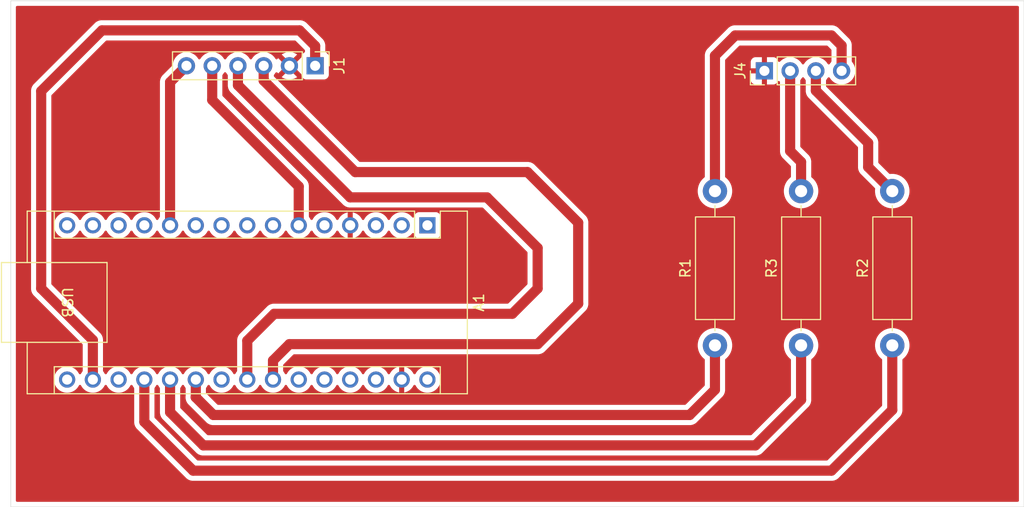
<source format=kicad_pcb>
(kicad_pcb (version 20241229) (generator "pcbnew") (generator_version "9.0")
  (layers (0 "F.Cu" signal) (2 "B.Cu" signal) (13 "F.Paste" user) (15 "B.Paste" user) (5 "F.SilkS" user "F.Silkscreen") (7 "B.SilkS" user "B.Silkscreen") (1 "F.Mask" user) (3 "B.Mask" user) (25 "Edge.Cuts" user))
  (net 0 "")
  (net 13 "Net-(A1-D3)")
  (net 19 "+3.3V")
  (net 20 "GND")
  (net 21 "Net-(A1-D8)")
  (net 22 "Net-(A1-A4)")
  (net 24 "Net-(A1-A1)")
  (net 25 "Net-(A1-A5)")
  (net 26 "Net-(J4-Pin_2)")
  (net 27 "Net-(J4-Pin_3)")
  (net 28 "Net-(J4-Pin_4)")
  (net 31 "Net-(A1-A0)")
  (net 32 "Net-(A1-A2)")
  (footprint "Resistor_THT:R_Axial_DIN0411_L9.9mm_D3.6mm_P15.24mm_Horizontal" (layer "F.Cu") (at 177 84.12 90)
    (property "Reference" "R2" (at 7.62 -2.92 90) (layer "F.SilkS"))
    (property "Value" "180")
    (fp_line (start 13.8 0) (end 12.69 0) (stroke (width 0.12)) (layer "F.SilkS"))
    (fp_line (start 1.44 0) (end 2.55 0) (stroke (width 0.12)) (layer "F.SilkS"))
    (fp_rect (start 2.55 -1.92) (end 12.69 1.92) (stroke (width 0.12)) (fill no) (layer "F.SilkS"))
    (pad "1" thru_hole circle (at 0 0 90) (size 2.4 2.4) (drill 1.2) (layers "*.Cu" "*.Mask") (net 31 "Net-(A1-A0)"))
    (pad "2" thru_hole circle (at 15.24 0 90) (size 2.4 2.4) (drill 1.2) (layers "*.Cu" "*.Mask") (net 27 "Net-(J4-Pin_3)"))
  )
  (footprint "Connector_PinHeader_2.54mm:PinHeader_1x04_P2.54mm_Vertical" (layer "F.Cu") (at 164.38 57 90)
    (property "Reference" "J4" (at 0 -2.38 90) (layer "F.SilkS"))
    (property "Value" "Conn_01x04_Pin")
    (fp_line (start -1.38 -1.38) (end 0 -1.38) (stroke (width 0.12)) (layer "F.SilkS"))
    (fp_line (start -1.38 0) (end -1.38 -1.38) (stroke (width 0.12)) (layer "F.SilkS"))
    (fp_line (start 1.38 1.27) (end 1.38 9) (stroke (width 0.12)) (layer "F.SilkS"))
    (fp_line (start -1.38 1.27) (end 1.38 1.27) (stroke (width 0.12)) (layer "F.SilkS"))
    (fp_line (start -1.38 1.27) (end -1.38 9) (stroke (width 0.12)) (layer "F.SilkS"))
    (fp_line (start -1.38 9) (end 1.38 9) (stroke (width 0.12)) (layer "F.SilkS"))
    (pad "1" thru_hole rect (at 0 0 90) (size 1.7 1.7) (drill 1) (layers "*.Cu" "*.Mask") (net 20 "GND"))
    (pad "2" thru_hole circle (at 0 2.54 90) (size 1.7 1.7) (drill 1) (layers "*.Cu" "*.Mask") (net 26 "Net-(J4-Pin_2)"))
    (pad "3" thru_hole circle (at 0 5.08 90) (size 1.7 1.7) (drill 1) (layers "*.Cu" "*.Mask") (net 27 "Net-(J4-Pin_3)"))
    (pad "4" thru_hole circle (at 0 7.62 90) (size 1.7 1.7) (drill 1) (layers "*.Cu" "*.Mask") (net 28 "Net-(J4-Pin_4)"))
  )
  (footprint "Connector_PinHeader_2.54mm:PinHeader_1x06_P2.54mm_Vertical" (layer "F.Cu") (at 120.04 56.5 -90)
    (property "Reference" "J1" (at 0 -2.38 90) (layer "F.SilkS"))
    (property "Value" "Conn_01x06_Pin")
    (fp_line (start -1.38 14.08) (end 1.38 14.08) (stroke (width 0.12)) (layer "F.SilkS"))
    (fp_line (start -1.38 1.27) (end -1.38 14.08) (stroke (width 0.12)) (layer "F.SilkS"))
    (fp_line (start -1.38 1.27) (end 1.38 1.27) (stroke (width 0.12)) (layer "F.SilkS"))
    (fp_line (start 1.38 1.27) (end 1.38 14.08) (stroke (width 0.12)) (layer "F.SilkS"))
    (fp_line (start -1.38 0) (end -1.38 -1.38) (stroke (width 0.12)) (layer "F.SilkS"))
    (fp_line (start -1.38 -1.38) (end 0 -1.38) (stroke (width 0.12)) (layer "F.SilkS"))
    (pad "1" thru_hole rect (at 0 0 270) (size 1.7 1.7) (drill 1) (layers "*.Cu" "*.Mask") (net 19 "+3.3V"))
    (pad "2" thru_hole circle (at 0 2.54 270) (size 1.7 1.7) (drill 1) (layers "*.Cu" "*.Mask") (net 20 "GND"))
    (pad "3" thru_hole circle (at 0 5.08 270) (size 1.7 1.7) (drill 1) (layers "*.Cu" "*.Mask") (net 25 "Net-(A1-A5)"))
    (pad "4" thru_hole circle (at 0 7.62 270) (size 1.7 1.7) (drill 1) (layers "*.Cu" "*.Mask") (net 22 "Net-(A1-A4)"))
    (pad "5" thru_hole circle (at 0 10.16 270) (size 1.7 1.7) (drill 1) (layers "*.Cu" "*.Mask") (net 13 "Net-(A1-D3)"))
    (pad "6" thru_hole circle (at 0 12.7 270) (size 1.7 1.7) (drill 1) (layers "*.Cu" "*.Mask") (net 21 "Net-(A1-D8)"))
  )
  (footprint "Module:Arduino_Nano" (layer "F.Cu") (at 131.12 72.26 -90)
    (property "Reference" "A1" (at 7.62 -5.08 90) (layer "F.SilkS"))
    (property "Value" "Arduino_Nano_v3.x")
    (fp_line (start 3.68 42.04) (end 3.68 31.62) (stroke (width 0.12)) (layer "F.SilkS"))
    (fp_line (start 11.56 42.04) (end 3.68 42.04) (stroke (width 0.12)) (layer "F.SilkS"))
    (fp_line (start -1.4 39.5) (end 3.68 39.5) (stroke (width 0.12)) (layer "F.SilkS"))
    (fp_line (start 16.64 39.5) (end 11.56 39.5) (stroke (width 0.12)) (layer "F.SilkS"))
    (fp_line (start 16.64 39.5) (end 16.64 -3.94) (stroke (width 0.12)) (layer "F.SilkS"))
    (fp_line (start 1.27 36.83) (end -1.4 36.83) (stroke (width 0.12)) (layer "F.SilkS"))
    (fp_line (start 13.97 36.83) (end 16.64 36.83) (stroke (width 0.12)) (layer "F.SilkS"))
    (fp_line (start 3.68 31.62) (end 11.56 31.62) (stroke (width 0.12)) (layer "F.SilkS"))
    (fp_line (start 11.56 31.62) (end 11.56 42.04) (stroke (width 0.12)) (layer "F.SilkS"))
    (fp_line (start -1.4 1.27) (end -1.4 39.5) (stroke (width 0.12)) (layer "F.SilkS"))
    (fp_line (start 1.27 1.27) (end 1.27 36.83) (stroke (width 0.12)) (layer "F.SilkS"))
    (fp_line (start 1.27 1.27) (end -1.4 1.27) (stroke (width 0.12)) (layer "F.SilkS"))
    (fp_line (start 1.27 1.27) (end 1.27 -1.27) (stroke (width 0.12)) (layer "F.SilkS"))
    (fp_line (start 1.27 -1.27) (end -1.4 -1.27) (stroke (width 0.12)) (layer "F.SilkS"))
    (fp_line (start 13.97 -1.27) (end 13.97 36.83) (stroke (width 0.12)) (layer "F.SilkS"))
    (fp_line (start 13.97 -1.27) (end 16.64 -1.27) (stroke (width 0.12)) (layer "F.SilkS"))
    (fp_line (start -1.4 -3.94) (end -1.4 -1.27) (stroke (width 0.12)) (layer "F.SilkS"))
    (fp_line (start 16.64 -3.94) (end -1.4 -3.94) (stroke (width 0.12)) (layer "F.SilkS"))
    (fp_text user "USB" (at 7.62 35.56 270) (layer "F.SilkS"))
    (pad "1" thru_hole rect (at 0 0 270) (size 1.6 1.6) (drill 1) (layers "*.Cu" "*.Mask"))
    (pad "2" thru_hole oval (at 0 2.54 270) (size 1.6 1.6) (drill 1) (layers "*.Cu" "*.Mask"))
    (pad "3" thru_hole oval (at 0 5.08 270) (size 1.6 1.6) (drill 1) (layers "*.Cu" "*.Mask"))
    (pad "4" thru_hole oval (at 0 7.62 270) (size 1.6 1.6) (drill 1) (layers "*.Cu" "*.Mask") (net 20 "GND"))
    (pad "5" thru_hole oval (at 0 10.16 270) (size 1.6 1.6) (drill 1) (layers "*.Cu" "*.Mask"))
    (pad "6" thru_hole oval (at 0 12.7 270) (size 1.6 1.6) (drill 1) (layers "*.Cu" "*.Mask") (net 13 "Net-(A1-D3)"))
    (pad "7" thru_hole oval (at 0 15.24 270) (size 1.6 1.6) (drill 1) (layers "*.Cu" "*.Mask"))
    (pad "8" thru_hole oval (at 0 17.78 270) (size 1.6 1.6) (drill 1) (layers "*.Cu" "*.Mask"))
    (pad "9" thru_hole oval (at 0 20.32 270) (size 1.6 1.6) (drill 1) (layers "*.Cu" "*.Mask"))
    (pad "10" thru_hole oval (at 0 22.86 270) (size 1.6 1.6) (drill 1) (layers "*.Cu" "*.Mask"))
    (pad "11" thru_hole oval (at 0 25.4 270) (size 1.6 1.6) (drill 1) (layers "*.Cu" "*.Mask") (net 21 "Net-(A1-D8)"))
    (pad "12" thru_hole oval (at 0 27.94 270) (size 1.6 1.6) (drill 1) (layers "*.Cu" "*.Mask"))
    (pad "13" thru_hole oval (at 0 30.48 270) (size 1.6 1.6) (drill 1) (layers "*.Cu" "*.Mask"))
    (pad "14" thru_hole oval (at 0 33.02 270) (size 1.6 1.6) (drill 1) (layers "*.Cu" "*.Mask"))
    (pad "15" thru_hole oval (at 0 35.56 270) (size 1.6 1.6) (drill 1) (layers "*.Cu" "*.Mask"))
    (pad "16" thru_hole oval (at 15.24 35.56 270) (size 1.6 1.6) (drill 1) (layers "*.Cu" "*.Mask"))
    (pad "17" thru_hole oval (at 15.24 33.02 270) (size 1.6 1.6) (drill 1) (layers "*.Cu" "*.Mask") (net 19 "+3.3V"))
    (pad "18" thru_hole oval (at 15.24 30.48 270) (size 1.6 1.6) (drill 1) (layers "*.Cu" "*.Mask"))
    (pad "19" thru_hole oval (at 15.24 27.94 270) (size 1.6 1.6) (drill 1) (layers "*.Cu" "*.Mask") (net 31 "Net-(A1-A0)"))
    (pad "20" thru_hole oval (at 15.24 25.4 270) (size 1.6 1.6) (drill 1) (layers "*.Cu" "*.Mask") (net 24 "Net-(A1-A1)"))
    (pad "21" thru_hole oval (at 15.24 22.86 270) (size 1.6 1.6) (drill 1) (layers "*.Cu" "*.Mask") (net 32 "Net-(A1-A2)"))
    (pad "22" thru_hole oval (at 15.24 20.32 270) (size 1.6 1.6) (drill 1) (layers "*.Cu" "*.Mask"))
    (pad "23" thru_hole oval (at 15.24 17.78 270) (size 1.6 1.6) (drill 1) (layers "*.Cu" "*.Mask") (net 22 "Net-(A1-A4)"))
    (pad "24" thru_hole oval (at 15.24 15.24 270) (size 1.6 1.6) (drill 1) (layers "*.Cu" "*.Mask") (net 25 "Net-(A1-A5)"))
    (pad "25" thru_hole oval (at 15.24 12.7 270) (size 1.6 1.6) (drill 1) (layers "*.Cu" "*.Mask"))
    (pad "26" thru_hole oval (at 15.24 10.16 270) (size 1.6 1.6) (drill 1) (layers "*.Cu" "*.Mask"))
    (pad "27" thru_hole oval (at 15.24 7.62 270) (size 1.6 1.6) (drill 1) (layers "*.Cu" "*.Mask"))
    (pad "28" thru_hole oval (at 15.24 5.08 270) (size 1.6 1.6) (drill 1) (layers "*.Cu" "*.Mask"))
    (pad "29" thru_hole oval (at 15.24 2.54 270) (size 1.6 1.6) (drill 1) (layers "*.Cu" "*.Mask") (net 20 "GND"))
    (pad "30" thru_hole oval (at 15.24 0 270) (size 1.6 1.6) (drill 1) (layers "*.Cu" "*.Mask"))
  )
  (footprint "Resistor_THT:R_Axial_DIN0411_L9.9mm_D3.6mm_P15.24mm_Horizontal" (layer "F.Cu") (at 168 84.12 90)
    (property "Reference" "R3" (at 7.62 -2.92 90) (layer "F.SilkS"))
    (property "Value" "100")
    (fp_line (start 13.8 0) (end 12.69 0) (stroke (width 0.12)) (layer "F.SilkS"))
    (fp_line (start 1.44 0) (end 2.55 0) (stroke (width 0.12)) (layer "F.SilkS"))
    (fp_rect (start 2.55 -1.92) (end 12.69 1.92) (stroke (width 0.12)) (fill no) (layer "F.SilkS"))
    (pad "1" thru_hole circle (at 0 0 90) (size 2.4 2.4) (drill 1.2) (layers "*.Cu" "*.Mask") (net 24 "Net-(A1-A1)"))
    (pad "2" thru_hole circle (at 15.24 0 90) (size 2.4 2.4) (drill 1.2) (layers "*.Cu" "*.Mask") (net 26 "Net-(J4-Pin_2)"))
  )
  (footprint "Resistor_THT:R_Axial_DIN0411_L9.9mm_D3.6mm_P15.24mm_Horizontal" (layer "F.Cu") (at 159.5 84.12 90)
    (property "Reference" "R1" (at 7.62 -2.92 90) (layer "F.SilkS"))
    (property "Value" "100")
    (fp_line (start 13.8 0) (end 12.69 0) (stroke (width 0.12)) (layer "F.SilkS"))
    (fp_line (start 1.44 0) (end 2.55 0) (stroke (width 0.12)) (layer "F.SilkS"))
    (fp_rect (start 2.55 -1.92) (end 12.69 1.92) (stroke (width 0.12)) (fill no) (layer "F.SilkS"))
    (pad "1" thru_hole circle (at 0 0 90) (size 2.4 2.4) (drill 1.2) (layers "*.Cu" "*.Mask") (net 32 "Net-(A1-A2)"))
    (pad "2" thru_hole circle (at 15.24 0 90) (size 2.4 2.4) (drill 1.2) (layers "*.Cu" "*.Mask") (net 28 "Net-(J4-Pin_4)"))
  )
  (gr_line (start 190 100.08) (end 90 100.08) (stroke (width 0.05)) (layer "Edge.Cuts"))
  (gr_line (start 90 50.08) (end 190 50.08) (stroke (width 0.05)) (layer "Edge.Cuts"))
  (gr_line (start 190 50.08) (end 190 100.08) (stroke (width 0.05)) (layer "Edge.Cuts"))
  (gr_line (start 90 100.08) (end 90 50.08) (stroke (width 0.05)) (layer "Edge.Cuts"))
  (segment (start 118.42 68.42) (end 118.42 72.26) (width 1) (layer "F.Cu") (net 13))
  (segment (start 109.88 56.5) (end 109.88 59.88) (width 1) (layer "F.Cu") (net 13))
  (segment (start 109.88 59.88) (end 118.42 68.42) (width 1) (layer "F.Cu") (net 13))
  (segment (start 99 53) (end 93 59) (width 1) (layer "F.Cu") (net 19))
  (segment (start 98.1 83.6) (end 98.1 87.5) (width 1) (layer "F.Cu") (net 19))
  (segment (start 118.5 53) (end 99 53) (width 1) (layer "F.Cu") (net 19))
  (segment (start 120.04 54.54) (end 118.5 53) (width 1) (layer "F.Cu") (net 19))
  (segment (start 93 78.5) (end 98.1 83.6) (width 1) (layer "F.Cu") (net 19))
  (segment (start 120.04 56.5) (end 120.04 54.54) (width 1) (layer "F.Cu") (net 19))
  (segment (start 93 59) (end 93 78.5) (width 1) (layer "F.Cu") (net 19))
  (segment (start 105.72 58.12) (end 105.72 72.26) (width 1) (layer "F.Cu") (net 21))
  (segment (start 107.34 56.5) (end 105.72 58.12) (width 1) (layer "F.Cu") (net 21))
  (segment (start 142 78.5) (end 139.5 81) (width 1) (layer "F.Cu") (net 22))
  (segment (start 139.5 81) (end 116 81) (width 1) (layer "F.Cu") (net 22))
  (segment (start 112.42 56.5) (end 112.42 58.42) (width 1) (layer "F.Cu") (net 22))
  (segment (start 142 74.5) (end 142 78.5) (width 1) (layer "F.Cu") (net 22))
  (segment (start 113.34 83.66) (end 113.34 87.5) (width 1) (layer "F.Cu") (net 22))
  (segment (start 137 69.5) (end 142 74.5) (width 1) (layer "F.Cu") (net 22))
  (segment (start 112.42 58.42) (end 123.5 69.5) (width 1) (layer "F.Cu") (net 22))
  (segment (start 116 81) (end 113.34 83.66) (width 1) (layer "F.Cu") (net 22))
  (segment (start 123.5 69.5) (end 137 69.5) (width 1) (layer "F.Cu") (net 22))
  (segment (start 109 94) (end 105.72 90.72) (width 1) (layer "F.Cu") (net 24))
  (segment (start 168 84.12) (end 168 89.5) (width 1) (layer "F.Cu") (net 24))
  (segment (start 163.5 94) (end 109 94) (width 1) (layer "F.Cu") (net 24))
  (segment (start 105.72 90.72) (end 105.72 87.5) (width 1) (layer "F.Cu") (net 24))
  (segment (start 168 89.5) (end 163.5 94) (width 1) (layer "F.Cu") (net 24))
  (segment (start 114.96 57.96) (end 124 67) (width 1) (layer "F.Cu") (net 25))
  (segment (start 114.96 56.5) (end 114.96 57.96) (width 1) (layer "F.Cu") (net 25))
  (segment (start 115.88 85.62) (end 115.88 87.5) (width 1) (layer "F.Cu") (net 25))
  (segment (start 146 80) (end 142 84) (width 1) (layer "F.Cu") (net 25))
  (segment (start 124 67) (end 141 67) (width 1) (layer "F.Cu") (net 25))
  (segment (start 117.5 84) (end 115.88 85.62) (width 1) (layer "F.Cu") (net 25))
  (segment (start 142 84) (end 117.5 84) (width 1) (layer "F.Cu") (net 25))
  (segment (start 141 67) (end 146 72) (width 1) (layer "F.Cu") (net 25))
  (segment (start 146 72) (end 146 80) (width 1) (layer "F.Cu") (net 25))
  (segment (start 168 68.88) (end 168 66) (width 1) (layer "F.Cu") (net 26))
  (segment (start 168 66) (end 166.92 64.92) (width 1) (layer "F.Cu") (net 26))
  (segment (start 166.92 64.92) (end 166.92 57) (width 1) (layer "F.Cu") (net 26))
  (segment (start 174.62 64.12) (end 169.46 58.96) (width 1) (layer "F.Cu") (net 27))
  (segment (start 174.62 66.5) (end 174.62 64.12) (width 1) (layer "F.Cu") (net 27))
  (segment (start 177 68.88) (end 174.62 66.5) (width 1) (layer "F.Cu") (net 27))
  (segment (start 169.46 58.96) (end 169.46 57) (width 1) (layer "F.Cu") (net 27))
  (segment (start 171 53.5) (end 161.5 53.5) (width 1) (layer "F.Cu") (net 28))
  (segment (start 161.5 53.5) (end 159.5 55.5) (width 1) (layer "F.Cu") (net 28))
  (segment (start 172 54.5) (end 171 53.5) (width 1) (layer "F.Cu") (net 28))
  (segment (start 172 57) (end 172 54.5) (width 1) (layer "F.Cu") (net 28))
  (segment (start 159.5 55.5) (end 159.5 68.88) (width 1) (layer "F.Cu") (net 28))
  (segment (start 177 90.5) (end 171 96.5) (width 1) (layer "F.Cu") (net 31))
  (segment (start 177 84.12) (end 177 90.5) (width 1) (layer "F.Cu") (net 31))
  (segment (start 108 96.5) (end 103.18 91.68) (width 1) (layer "F.Cu") (net 31))
  (segment (start 103.18 91.68) (end 103.18 87.5) (width 1) (layer "F.Cu") (net 31))
  (segment (start 171 96.5) (end 108 96.5) (width 1) (layer "F.Cu") (net 31))
  (segment (start 159.5 84.12) (end 159.5 88.5) (width 1) (layer "F.Cu") (net 32))
  (segment (start 110 91) (end 108.25 89.25) (width 1) (layer "F.Cu") (net 32))
  (segment (start 108.25 89.25) (end 108.26 89.24) (width 1) (layer "F.Cu") (net 32))
  (segment (start 108.26 89.24) (end 108.26 87.5) (width 1) (layer "F.Cu") (net 32))
  (segment (start 159.5 88.5) (end 157 91) (width 1) (layer "F.Cu") (net 32))
  (segment (start 157 91) (end 110 91) (width 1) (layer "F.Cu") (net 32))
  (zone (net 20) (net_name "GND") (layer "F.Cu") (connect_pads (clearance 0.5)) (min_thickness 0.25) (fill yes (thermal_gap 0.5) (thermal_bridge_width 0.5))
    (polygon (pts (xy 190 50) (xy 190 100) (xy 90 100) (xy 90 50)))
  )
)
</source>
